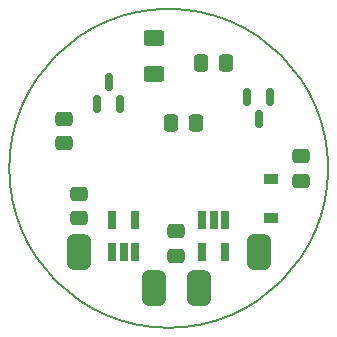
<source format=gtp>
G04 #@! TF.GenerationSoftware,KiCad,Pcbnew,6.0.8-f2edbf62ab~116~ubuntu20.04.1*
G04 #@! TF.CreationDate,2022-10-20T17:58:05+02:00*
G04 #@! TF.ProjectId,IR-Lese-Schreibkopf,49522d4c-6573-4652-9d53-636872656962,rev?*
G04 #@! TF.SameCoordinates,Original*
G04 #@! TF.FileFunction,Paste,Top*
G04 #@! TF.FilePolarity,Positive*
%FSLAX46Y46*%
G04 Gerber Fmt 4.6, Leading zero omitted, Abs format (unit mm)*
G04 Created by KiCad (PCBNEW 6.0.8-f2edbf62ab~116~ubuntu20.04.1) date 2022-10-20 17:58:05*
%MOMM*%
%LPD*%
G01*
G04 APERTURE LIST*
G04 Aperture macros list*
%AMRoundRect*
0 Rectangle with rounded corners*
0 $1 Rounding radius*
0 $2 $3 $4 $5 $6 $7 $8 $9 X,Y pos of 4 corners*
0 Add a 4 corners polygon primitive as box body*
4,1,4,$2,$3,$4,$5,$6,$7,$8,$9,$2,$3,0*
0 Add four circle primitives for the rounded corners*
1,1,$1+$1,$2,$3*
1,1,$1+$1,$4,$5*
1,1,$1+$1,$6,$7*
1,1,$1+$1,$8,$9*
0 Add four rect primitives between the rounded corners*
20,1,$1+$1,$2,$3,$4,$5,0*
20,1,$1+$1,$4,$5,$6,$7,0*
20,1,$1+$1,$6,$7,$8,$9,0*
20,1,$1+$1,$8,$9,$2,$3,0*%
G04 Aperture macros list end*
G04 #@! TA.AperFunction,Profile*
%ADD10C,0.200000*%
G04 #@! TD*
%ADD11RoundRect,0.150000X-0.150000X0.587500X-0.150000X-0.587500X0.150000X-0.587500X0.150000X0.587500X0*%
%ADD12RoundRect,0.500000X-0.500000X-1.000000X0.500000X-1.000000X0.500000X1.000000X-0.500000X1.000000X0*%
%ADD13R,1.200000X0.900000*%
%ADD14RoundRect,0.250000X-0.475000X0.337500X-0.475000X-0.337500X0.475000X-0.337500X0.475000X0.337500X0*%
%ADD15RoundRect,0.500000X0.500000X1.000000X-0.500000X1.000000X-0.500000X-1.000000X0.500000X-1.000000X0*%
%ADD16RoundRect,0.250000X0.337500X0.475000X-0.337500X0.475000X-0.337500X-0.475000X0.337500X-0.475000X0*%
%ADD17RoundRect,0.250000X0.475000X-0.337500X0.475000X0.337500X-0.475000X0.337500X-0.475000X-0.337500X0*%
%ADD18R,0.650000X1.560000*%
%ADD19RoundRect,0.250000X0.625000X-0.400000X0.625000X0.400000X-0.625000X0.400000X-0.625000X-0.400000X0*%
%ADD20RoundRect,0.250000X-0.337500X-0.475000X0.337500X-0.475000X0.337500X0.475000X-0.337500X0.475000X0*%
%ADD21RoundRect,0.150000X0.150000X-0.587500X0.150000X0.587500X-0.150000X0.587500X-0.150000X-0.587500X0*%
G04 APERTURE END LIST*
D10*
X150660000Y-99060000D02*
G75*
G03*
X150660000Y-99060000I-13500000J0D01*
G01*
D11*
X145730000Y-93042500D03*
X143830000Y-93042500D03*
X144780000Y-94917500D03*
D12*
X139700000Y-109220000D03*
D13*
X145796000Y-99950000D03*
X145796000Y-103250000D03*
D14*
X148336000Y-98022500D03*
X148336000Y-100097500D03*
D15*
X144780000Y-106172000D03*
D16*
X139467500Y-95250000D03*
X137392500Y-95250000D03*
D12*
X135890000Y-109220000D03*
D17*
X137795000Y-106447500D03*
X137795000Y-104372500D03*
X129540000Y-103272500D03*
X129540000Y-101197500D03*
D14*
X128270000Y-94847500D03*
X128270000Y-96922500D03*
D18*
X141920000Y-103425000D03*
X140970000Y-103425000D03*
X140020000Y-103425000D03*
X140020000Y-106125000D03*
X141920000Y-106125000D03*
X132400000Y-106125000D03*
X133350000Y-106125000D03*
X134300000Y-106125000D03*
X134300000Y-103425000D03*
X132400000Y-103425000D03*
D12*
X129540000Y-106172000D03*
D19*
X135890000Y-91085000D03*
X135890000Y-87985000D03*
D20*
X139932500Y-90170000D03*
X142007500Y-90170000D03*
D21*
X131130000Y-93647500D03*
X133030000Y-93647500D03*
X132080000Y-91772500D03*
M02*

</source>
